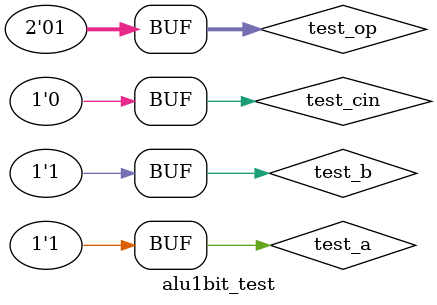
<source format=sv>
module alu1bit_test;

logic test_a, test_b, test_cin, test_s, test_cout;
logic [1:0] test_op;

alu1bit uut(
    .a(test_a),
    .b(test_b),
    .cin(test_cin),
    .op(test_op),
    .s(test_s),
    .cout(test_cout)
);

initial begin
    test_a=1'b1;
    test_b=1'b1;
    test_cin=1'b0;
    test_op=2'b01;

    #100;

    test_a=1'b0;

    #100;

    test_a=1'b1;

    #100;
end

endmodule

</source>
